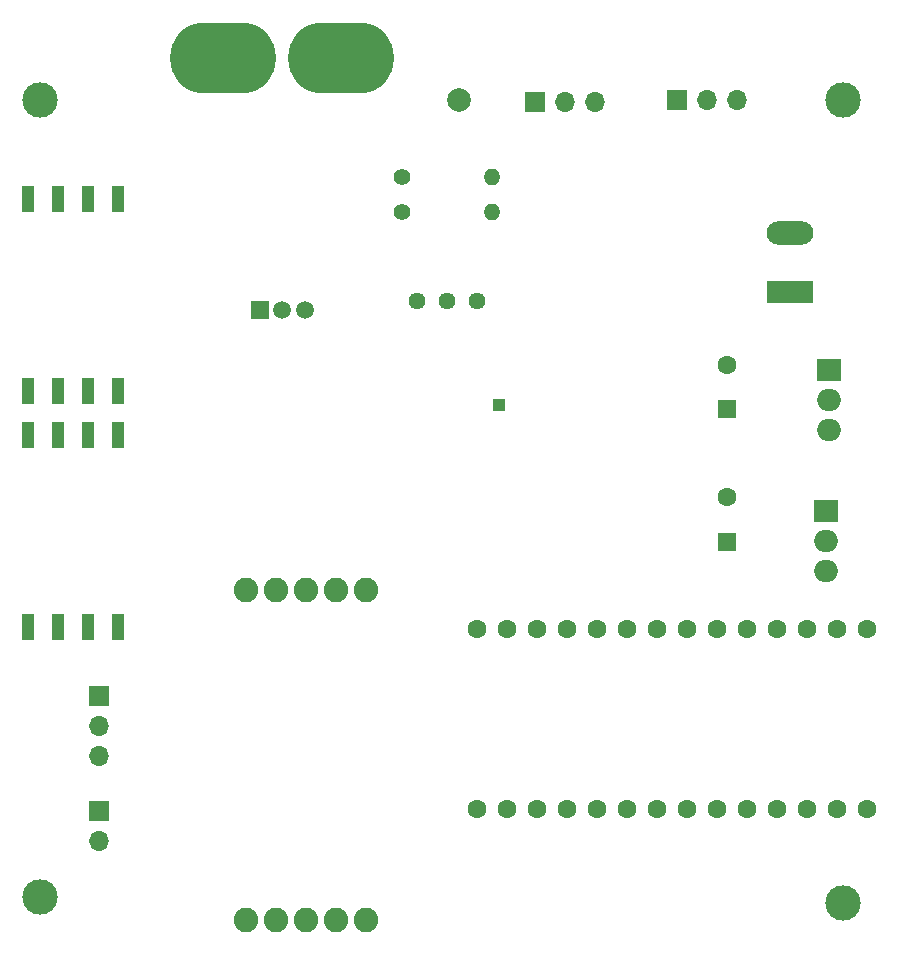
<source format=gbr>
%TF.GenerationSoftware,KiCad,Pcbnew,8.0.6*%
%TF.CreationDate,2024-10-30T13:43:03-04:00*%
%TF.ProjectId,Propulsion PCB,50726f70-756c-4736-996f-6e205043422e,3*%
%TF.SameCoordinates,Original*%
%TF.FileFunction,Soldermask,Top*%
%TF.FilePolarity,Negative*%
%FSLAX46Y46*%
G04 Gerber Fmt 4.6, Leading zero omitted, Abs format (unit mm)*
G04 Created by KiCad (PCBNEW 8.0.6) date 2024-10-30 13:43:03*
%MOMM*%
%LPD*%
G01*
G04 APERTURE LIST*
G04 Aperture macros list*
%AMHorizOval*
0 Thick line with rounded ends*
0 $1 width*
0 $2 $3 position (X,Y) of the first rounded end (center of the circle)*
0 $4 $5 position (X,Y) of the second rounded end (center of the circle)*
0 Add line between two ends*
20,1,$1,$2,$3,$4,$5,0*
0 Add two circle primitives to create the rounded ends*
1,1,$1,$2,$3*
1,1,$1,$4,$5*%
G04 Aperture macros list end*
%ADD10C,2.083600*%
%ADD11C,1.600000*%
%ADD12C,3.000000*%
%ADD13C,1.400000*%
%ADD14O,1.400000X1.400000*%
%ADD15R,1.600000X1.600000*%
%ADD16R,1.700000X1.700000*%
%ADD17O,1.700000X1.700000*%
%ADD18C,2.000000*%
%ADD19R,2.000000X1.905000*%
%ADD20O,2.000000X1.905000*%
%ADD21R,1.000000X1.000000*%
%ADD22R,1.500000X1.500000*%
%ADD23C,1.500000*%
%ADD24HorizOval,0.800000X0.000000X0.000000X0.000000X0.000000X0*%
%ADD25HorizOval,0.800000X0.000000X0.000000X0.000000X0.000000X0*%
%ADD26C,0.800000*%
%ADD27O,9.000000X6.000000*%
%ADD28R,1.117600X2.235200*%
%ADD29R,3.960000X1.980000*%
%ADD30O,3.960000X1.980000*%
%ADD31C,1.440000*%
G04 APERTURE END LIST*
D10*
%TO.C,ADC*%
X205420000Y-160940000D03*
X207960000Y-160940000D03*
X210500000Y-160940000D03*
X213040000Y-160940000D03*
X215580000Y-160940000D03*
X215580000Y-133000000D03*
X213040000Y-133000000D03*
X210500000Y-133000000D03*
X207960000Y-133000000D03*
X205420000Y-133000000D03*
%TD*%
D11*
%TO.C,Teensy 4.0*%
X258040000Y-136300000D03*
X255500000Y-136300000D03*
X252960000Y-136300000D03*
X250420000Y-136300000D03*
X247880000Y-136300000D03*
X245340000Y-136300000D03*
X242800000Y-136300000D03*
X240260000Y-136300000D03*
X237720000Y-136300000D03*
X235180000Y-136300000D03*
X232640000Y-136300000D03*
X230100000Y-136300000D03*
X227560000Y-136300000D03*
X225020000Y-136300000D03*
X225020000Y-151540000D03*
X227560000Y-151540000D03*
X230100000Y-151540000D03*
X232640000Y-151540000D03*
X235180000Y-151540000D03*
X237720000Y-151540000D03*
X240260000Y-151540000D03*
X242800000Y-151540000D03*
X245340000Y-151540000D03*
X247880000Y-151540000D03*
X250420000Y-151540000D03*
X252960000Y-151540000D03*
X255500000Y-151540000D03*
X258040000Y-151540000D03*
%TD*%
D12*
%TO.C,H2*%
X256000000Y-91500000D03*
%TD*%
D13*
%TO.C,500K*%
X218690000Y-98000000D03*
D14*
X226310000Y-98000000D03*
%TD*%
D15*
%TO.C,C2*%
X246140000Y-128920000D03*
D11*
X246140000Y-125120000D03*
%TD*%
D16*
%TO.C,ESC 5V In*%
X229945000Y-91651700D03*
D17*
X232485000Y-91651700D03*
X235025000Y-91651700D03*
%TD*%
D15*
%TO.C,C1*%
X246140000Y-117722700D03*
D11*
X246140000Y-113922700D03*
%TD*%
D18*
%TO.C,BATT-*%
X223500000Y-91500000D03*
%TD*%
D19*
%TO.C,3.3V Regulator*%
X254825000Y-114380000D03*
D20*
X254825000Y-116920000D03*
X254825000Y-119460000D03*
%TD*%
D21*
%TO.C,TP3*%
X226833300Y-117333300D03*
%TD*%
D12*
%TO.C,H3*%
X256000000Y-159500000D03*
%TD*%
D16*
%TO.C,ESC Output*%
X241975000Y-91500000D03*
D17*
X244515000Y-91500000D03*
X247055000Y-91500000D03*
%TD*%
D12*
%TO.C,H1*%
X188000000Y-91500000D03*
%TD*%
D19*
%TO.C,5V Regulator*%
X254520000Y-126340000D03*
D20*
X254520000Y-128880000D03*
X254520000Y-131420000D03*
%TD*%
D22*
%TO.C,U5*%
X206600000Y-109325000D03*
D23*
X208510000Y-109325000D03*
X210420000Y-109325000D03*
D24*
X209560000Y-87295000D03*
D25*
X209560000Y-88555000D03*
D26*
X210310000Y-86265000D03*
X210310000Y-89585000D03*
X211510000Y-85875000D03*
X211510000Y-89975000D03*
X212840000Y-85875000D03*
X212840000Y-89975000D03*
D27*
X213510000Y-87925000D03*
D26*
X214180000Y-85875000D03*
X214180000Y-89975000D03*
X215510000Y-85875000D03*
X215510000Y-89975000D03*
X216710000Y-86265000D03*
X216710000Y-89585000D03*
X217460000Y-87295000D03*
X217460000Y-88555000D03*
X199560000Y-87295000D03*
X199560000Y-88555000D03*
X200310000Y-86265000D03*
X200310000Y-89585000D03*
X201510000Y-85875000D03*
X201510000Y-89975000D03*
X202840000Y-85875000D03*
X202840000Y-89975000D03*
D27*
X203510000Y-87925000D03*
D26*
X204180000Y-85875000D03*
X204180000Y-89975000D03*
X205510000Y-85875000D03*
X205510000Y-89975000D03*
X206710000Y-86265000D03*
X206710000Y-89585000D03*
D25*
X207460000Y-87295000D03*
D24*
X207460000Y-88555000D03*
%TD*%
D28*
%TO.C,U1*%
X186992000Y-116128000D03*
X189532000Y-116128000D03*
X192072000Y-116128000D03*
X194612000Y-116128000D03*
X194612000Y-99872000D03*
X192072000Y-99872000D03*
X189532000Y-99872000D03*
X186992000Y-99872000D03*
%TD*%
D13*
%TO.C,500K*%
X218690000Y-101000000D03*
D14*
X226310000Y-101000000D03*
%TD*%
D16*
%TO.C,IR_Rx*%
X193000000Y-141960000D03*
D17*
X193000000Y-144500000D03*
X193000000Y-147040000D03*
%TD*%
D29*
%TO.C,J2*%
X251520000Y-107815000D03*
D30*
X251520000Y-102815000D03*
%TD*%
D12*
%TO.C,H4*%
X188000000Y-159000000D03*
%TD*%
D31*
%TO.C,Potentiometer*%
X225040000Y-108500000D03*
X222500000Y-108500000D03*
X219960000Y-108500000D03*
%TD*%
D28*
%TO.C,U3*%
X186992000Y-136128000D03*
X189532000Y-136128000D03*
X192072000Y-136128000D03*
X194612000Y-136128000D03*
X194612000Y-119872000D03*
X192072000Y-119872000D03*
X189532000Y-119872000D03*
X186992000Y-119872000D03*
%TD*%
D16*
%TO.C,IR_Tx*%
X193000000Y-151725000D03*
D17*
X193000000Y-154265000D03*
%TD*%
M02*

</source>
